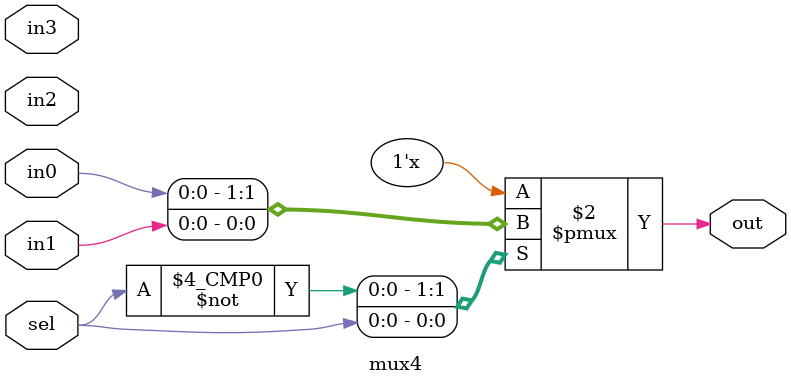
<source format=v>
`timescale 1ns / 1ps


module mux4 #(parameter N=1)(
    input [N-1:0] in0,in1,in2,in3,
    input sel,
    output reg [N-1:0] out);
    
    always@*
        case(sel)
        2'b00 : out = in0;
        2'b01 : out = in1;
        2'b10 : out = in2;
        2'b11 : out = in3;
        endcase
        
endmodule

 
</source>
